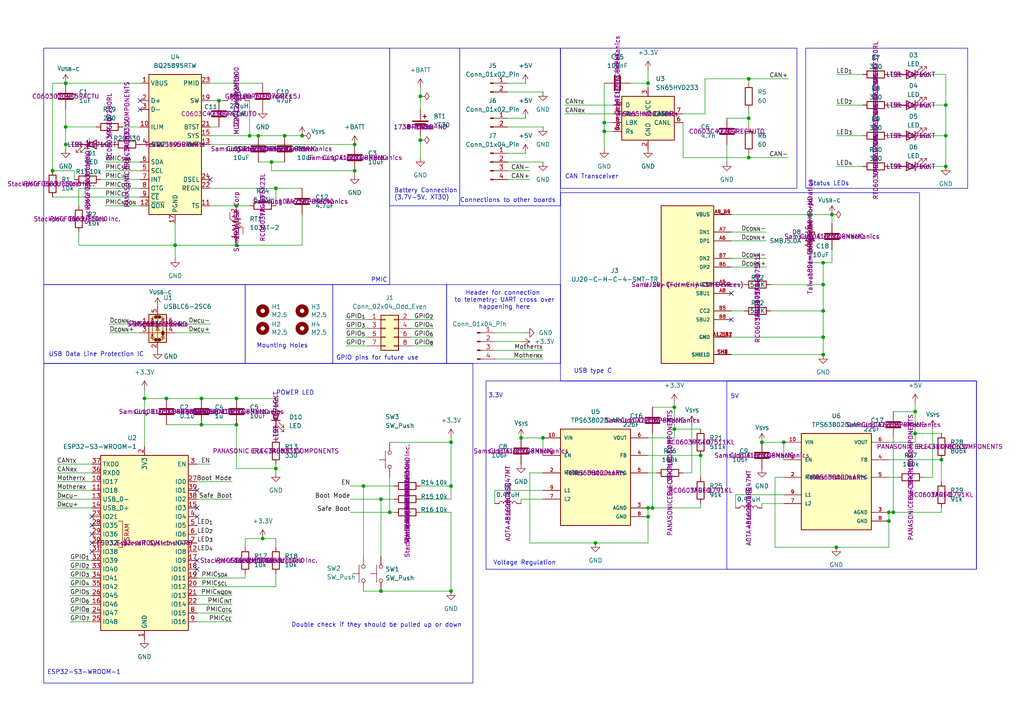
<source format=kicad_sch>
(kicad_sch (version 20250114) (generator "eeschema") (generator_version "9.0")
  (paper "A4")
  (rectangle (start 96.52 82.55) (end 129.54 105.41))
  (rectangle (start 12.7 105.41) (end 137.16 198.12))
  (rectangle (start 140.97 110.49) (end 283.21 165.1))
  (rectangle (start 233.68 13.97) (end 280.67 54.61))
  (rectangle (start 162.56 55.88) (end 266.7 110.49))
  (rectangle (start 71.12 82.55) (end 96.52 105.41))
  (rectangle (start 113.03 13.97) (end 133.35 59.69))
  (rectangle (start 12.7 13.97) (end 113.03 82.55))
  (rectangle (start 12.7 82.55) (end 71.12 105.41))
  (rectangle (start 210.82 110.49) (end 283.21 165.1))
  (rectangle (start 133.35 13.97) (end 162.56 59.69))
  (rectangle (start 162.56 13.97) (end 231.14 54.61))
  (rectangle (start 129.54 82.55) (end 162.56 105.41))
  (text "PMIC\n" (at 109.982 81.28 0) (effects (font (size 1.27 1.27))))
  (text "Status LEDs" (at 234.696 53.34 0) (effects (font (size 1.27 1.27)) (justify left)))
  (text "ESP32-S3-WROOM-1" (at 24.384 195.072 0) (effects (font (size 1.27 1.27))))
  (text "USB Data Line Protection IC\n" (at 27.94 102.87 0) (effects (font (size 1.27 1.27))))
  (text "CAN Transceiver" (at 163.83 51.308 0) (effects (font (size 1.27 1.27)) (justify left)))
  (text "Voltage Regulation\n" (at 152.146 163.322 0) (effects (font (size 1.27 1.27))))
  (text "3.3V\n" (at 143.764 114.808 0) (effects (font (size 1.27 1.27))))
  (text "5V" (at 213.106 115.062 0) (effects (font (size 1.27 1.27))))
  (text "Battery Connection\n(3.7V-5V, XT30)" (at 114.3 56.388 0) (effects (font (size 1.27 1.27)) (justify left)))
  (text "GPIO pins for future use\n" (at 109.474 103.886 0) (effects (font (size 1.27 1.27))))
  (text "Mounting Holes" (at 74.422 101.092 0) (effects (font (size 1.27 1.27)) (justify left bottom)))
  (text "Connections to other boards\n" (at 147.32 58.166 0) (effects (font (size 1.27 1.27))))
  (text "POWER LED" (at 85.598 114.046 0) (effects (font (size 1.27 1.27))))
  (text "Double check if they should be pulled up or down\n" (at 109.22 181.356 0) (effects (font (size 1.27 1.27))))
  (text "USB type C\n" (at 171.958 107.696 0) (effects (font (size 1.27 1.27))))
  (text "Header for connection \nto telemetry; UART cross over\nhappening here\n\n\n" (at 146.304 89.154 0) (effects (font (size 1.27 1.27))))
  (junction (at 76.2 156.21))
  (junction (at 80.01 54.61))
  (junction (at 68.58 71.12))
  (junction (at 274.32 39.37))
  (junction (at 113.03 148.59))
  (junction (at 238.76 76.2))
  (junction (at 87.63 39.37))
  (junction (at 110.49 144.78))
  (junction (at 50.8 71.12))
  (junction (at 217.17 45.72))
  (junction (at 257.81 151.13))
  (junction (at 175.26 35.56))
  (junction (at 273.05 133.35))
  (junction (at 121.92 40.64))
  (junction (at 68.58 115.57))
  (junction (at 48.26 115.57))
  (junction (at 19.05 24.13))
  (junction (at 58.42 115.57))
  (junction (at 105.41 140.97))
  (junction (at 121.92 27.94))
  (junction (at 242.57 158.75))
  (junction (at 19.05 36.83))
  (junction (at 195.58 118.11))
  (junction (at 195.58 124.46))
  (junction (at 63.5 29.21))
  (junction (at 227.33 128.27))
  (junction (at 157.48 127))
  (junction (at 72.39 39.37))
  (junction (at 130.81 171.45))
  (junction (at 102.87 49.53))
  (junction (at 220.98 128.27))
  (junction (at 187.96 147.32))
  (junction (at 175.26 38.1))
  (junction (at 265.43 125.73))
  (junction (at 110.49 171.45))
  (junction (at 238.76 97.79))
  (junction (at 151.13 127))
  (junction (at 41.91 115.57))
  (junction (at 68.58 123.19))
  (junction (at 78.74 46.99))
  (junction (at 68.58 59.69))
  (junction (at 82.55 39.37))
  (junction (at 102.87 41.91))
  (junction (at 274.32 48.26))
  (junction (at 217.17 22.86))
  (junction (at 187.96 24.13))
  (junction (at 130.81 140.97))
  (junction (at 58.42 123.19))
  (junction (at 130.81 128.27))
  (junction (at 172.72 157.48))
  (junction (at 80.01 135.89))
  (junction (at 189.23 147.32))
  (junction (at 74.93 39.37))
  (junction (at 238.76 102.87))
  (junction (at 238.76 82.55))
  (junction (at 274.32 30.48))
  (junction (at 217.17 34.29))
  (junction (at 187.96 149.86))
  (junction (at 15.24 49.53))
  (junction (at 234.95 62.23))
  (junction (at 259.08 148.59))
  (junction (at 19.05 41.91))
  (junction (at 238.76 90.17))
  (junction (at 241.3 62.23))
  (junction (at 265.43 119.38))
  (junction (at 257.81 148.59))
  (junction (at 203.2 132.08))
  (no_connect (at 212.09 92.71))
  (no_connect (at 57.15 142.24))
  (no_connect (at 57.15 147.32))
  (no_connect (at 57.15 149.86))
  (no_connect (at 57.15 165.1))
  (no_connect (at 26.67 152.4))
  (no_connect (at 26.67 157.48))
  (no_connect (at 40.64 31.75))
  (no_connect (at 40.64 29.21))
  (no_connect (at 60.96 52.07))
  (no_connect (at 212.09 85.09))
  (no_connect (at 26.67 154.94))
  (no_connect (at 26.67 160.02))
  (no_connect (at 57.15 162.56))
  (no_connect (at 26.67 149.86))
  (wire (pts (xy 78.74 46.99) (xy 82.55 46.99)))
  (wire (pts (xy 113.03 148.59) (xy 114.3 148.59)))
  (wire (pts (xy 203.2 146.05) (xy 203.2 147.32)))
  (wire (pts (xy 20.32 175.26) (xy 26.67 175.26)))
  (wire (pts (xy 273.05 147.32) (xy 273.05 148.59)))
  (wire (pts (xy 212.09 77.47) (xy 222.25 77.47)))
  (wire (pts (xy 265.43 125.73) (xy 273.05 125.73)))
  (wire (pts (xy 259.08 127) (xy 259.08 148.59)))
  (wire (pts (xy 130.81 128.27) (xy 130.81 140.97)))
  (wire (pts (xy 50.8 71.12) (xy 68.58 71.12)))
  (wire (pts (xy 20.32 170.18) (xy 26.67 170.18)))
  (wire (pts (xy 223.52 82.55) (xy 238.76 82.55)))
  (wire (pts (xy 259.08 119.38) (xy 265.43 119.38)))
  (wire (pts (xy 80.01 166.37) (xy 80.01 170.18)))
  (wire (pts (xy 210.82 46.99) (xy 210.82 41.91)))
  (wire (pts (xy 121.92 27.94) (xy 121.92 31.75)))
  (wire (pts (xy 270.51 138.43) (xy 270.51 124.46)))
  (wire (pts (xy 50.8 64.77) (xy 50.8 71.12)))
  (wire (pts (xy 238.76 97.79) (xy 238.76 102.87)))
  (wire (pts (xy 242.57 39.37) (xy 250.19 39.37)))
  (wire (pts (xy 212.09 74.93) (xy 222.25 74.93)))
  (wire (pts (xy 198.12 35.56) (xy 198.12 45.72)))
  (wire (pts (xy 172.72 157.48) (xy 187.96 157.48)))
  (wire (pts (xy 76.2 156.21) (xy 80.01 156.21)))
  (wire (pts (xy 187.96 20.32) (xy 187.96 24.13)))
  (wire (pts (xy 113.03 138.43) (xy 113.03 148.59)))
  (wire (pts (xy 57.15 175.26) (xy 67.31 175.26)))
  (wire (pts (xy 257.81 48.26) (xy 260.35 48.26)))
  (wire (pts (xy 16.51 144.78) (xy 26.67 144.78)))
  (wire (pts (xy 119.38 97.79) (xy 125.73 97.79)))
  (wire (pts (xy 143.51 101.6) (xy 157.48 101.6)))
  (wire (pts (xy 212.09 62.23) (xy 234.95 62.23)))
  (wire (pts (xy 22.86 54.61) (xy 22.86 59.69)))
  (wire (pts (xy 16.51 139.7) (xy 26.67 139.7)))
  (wire (pts (xy 68.58 69.85) (xy 68.58 71.12)))
  (wire (pts (xy 130.81 140.97) (xy 130.81 144.78)))
  (wire (pts (xy 175.26 35.56) (xy 175.26 38.1)))
  (wire (pts (xy 274.32 30.48) (xy 274.32 39.37)))
  (wire (pts (xy 31.75 93.98) (xy 40.64 93.98)))
  (wire (pts (xy 177.8 35.56) (xy 175.26 35.56)))
  (wire (pts (xy 35.56 36.83) (xy 40.64 36.83)))
  (wire (pts (xy 265.43 119.38) (xy 265.43 125.73)))
  (wire (pts (xy 274.32 21.59) (xy 274.32 30.48)))
  (wire (pts (xy 224.79 138.43) (xy 227.33 138.43)))
  (wire (pts (xy 210.82 34.29) (xy 217.17 34.29)))
  (wire (pts (xy 121.92 25.4) (xy 121.92 27.94)))
  (wire (pts (xy 16.51 134.62) (xy 26.67 134.62)))
  (wire (pts (xy 143.51 96.52) (xy 152.4 96.52)))
  (wire (pts (xy 274.32 39.37) (xy 274.32 48.26)))
  (wire (pts (xy 195.58 118.11) (xy 195.58 124.46)))
  (wire (pts (xy 72.39 39.37) (xy 74.93 39.37)))
  (wire (pts (xy 80.01 156.21) (xy 80.01 158.75)))
  (wire (pts (xy 147.32 46.99) (xy 157.48 46.99)))
  (wire (pts (xy 20.32 165.1) (xy 26.67 165.1)))
  (wire (pts (xy 48.26 115.57) (xy 58.42 115.57)))
  (wire (pts (xy 151.13 144.78) (xy 157.48 144.78)))
  (wire (pts (xy 147.32 49.53) (xy 153.67 49.53)))
  (wire (pts (xy 20.32 180.34) (xy 26.67 180.34)))
  (wire (pts (xy 48.26 123.19) (xy 58.42 123.19)))
  (wire (pts (xy 78.74 49.53) (xy 78.74 46.99)))
  (wire (pts (xy 41.91 113.03) (xy 41.91 115.57)))
  (wire (pts (xy 153.67 137.16) (xy 157.48 137.16)))
  (wire (pts (xy 60.96 41.91) (xy 102.87 41.91)))
  (wire (pts (xy 257.81 158.75) (xy 242.57 158.75)))
  (wire (pts (xy 204.47 33.02) (xy 198.12 33.02)))
  (wire (pts (xy 267.97 30.48) (xy 274.32 30.48)))
  (wire (pts (xy 213.36 143.51) (xy 227.33 143.51)))
  (wire (pts (xy 110.49 144.78) (xy 114.3 144.78)))
  (wire (pts (xy 212.09 97.79) (xy 238.76 97.79)))
  (wire (pts (xy 80.01 124.46) (xy 80.01 127)))
  (wire (pts (xy 100.33 100.33) (xy 106.68 100.33)))
  (wire (pts (xy 71.12 167.64) (xy 71.12 166.37)))
  (wire (pts (xy 200.66 137.16) (xy 200.66 123.19)))
  (wire (pts (xy 68.58 59.69) (xy 72.39 59.69)))
  (wire (pts (xy 102.87 50.8) (xy 102.87 49.53)))
  (wire (pts (xy 16.51 137.16) (xy 26.67 137.16)))
  (wire (pts (xy 152.4 24.13) (xy 147.32 24.13)))
  (wire (pts (xy 60.96 36.83) (xy 63.5 36.83)))
  (wire (pts (xy 257.81 30.48) (xy 260.35 30.48)))
  (wire (pts (xy 273.05 148.59) (xy 259.08 148.59)))
  (wire (pts (xy 15.24 57.15) (xy 40.64 57.15)))
  (wire (pts (xy 58.42 115.57) (xy 68.58 115.57)))
  (wire (pts (xy 143.51 99.06) (xy 151.13 99.06)))
  (wire (pts (xy 238.76 82.55) (xy 238.76 90.17)))
  (wire (pts (xy 143.51 104.14) (xy 157.48 104.14)))
  (wire (pts (xy 63.5 29.21) (xy 64.77 29.21)))
  (wire (pts (xy 265.43 128.27) (xy 257.81 128.27)))
  (wire (pts (xy 189.23 147.32) (xy 203.2 147.32)))
  (wire (pts (xy 30.48 59.69) (xy 40.64 59.69)))
  (wire (pts (xy 30.48 46.99) (xy 40.64 46.99)))
  (wire (pts (xy 274.32 39.37) (xy 267.97 39.37)))
  (wire (pts (xy 22.86 54.61) (xy 40.64 54.61)))
  (wire (pts (xy 238.76 76.2) (xy 238.76 82.55)))
  (wire (pts (xy 267.97 138.43) (xy 270.51 138.43)))
  (wire (pts (xy 68.58 123.19) (xy 68.58 135.89)))
  (wire (pts (xy 121.92 40.64) (xy 121.92 45.72)))
  (wire (pts (xy 113.03 128.27) (xy 130.81 128.27)))
  (wire (pts (xy 175.26 38.1) (xy 175.26 43.18)))
  (wire (pts (xy 101.6 144.78) (xy 110.49 144.78)))
  (wire (pts (xy 68.58 71.12) (xy 87.63 71.12)))
  (wire (pts (xy 220.98 147.32) (xy 220.98 146.05)))
  (wire (pts (xy 80.01 54.61) (xy 87.63 54.61)))
  (wire (pts (xy 147.32 36.83) (xy 157.48 36.83)))
  (wire (pts (xy 57.15 144.78) (xy 67.31 144.78)))
  (wire (pts (xy 22.86 71.12) (xy 50.8 71.12)))
  (wire (pts (xy 80.01 134.62) (xy 80.01 135.89)))
  (wire (pts (xy 60.96 29.21) (xy 63.5 29.21)))
  (wire (pts (xy 80.01 170.18) (xy 57.15 170.18)))
  (wire (pts (xy 224.79 158.75) (xy 224.79 138.43)))
  (wire (pts (xy 130.81 127) (xy 130.81 128.27)))
  (wire (pts (xy 101.6 140.97) (xy 105.41 140.97)))
  (wire (pts (xy 187.96 24.13) (xy 187.96 25.4)))
  (wire (pts (xy 187.96 147.32) (xy 187.96 149.86)))
  (wire (pts (xy 110.49 161.29) (xy 110.49 144.78)))
  (wire (pts (xy 110.49 171.45) (xy 130.81 171.45)))
  (wire (pts (xy 187.96 137.16) (xy 190.5 137.16)))
  (wire (pts (xy 30.48 41.91) (xy 33.02 41.91)))
  (wire (pts (xy 234.95 76.2) (xy 238.76 76.2)))
  (wire (pts (xy 60.96 39.37) (xy 72.39 39.37)))
  (wire (pts (xy 15.24 49.53) (xy 21.59 49.53)))
  (wire (pts (xy 203.2 132.08) (xy 203.2 138.43)))
  (wire (pts (xy 19.05 41.91) (xy 22.86 41.91)))
  (wire (pts (xy 143.51 142.24) (xy 157.48 142.24)))
  (wire (pts (xy 121.92 140.97) (xy 130.81 140.97)))
  (wire (pts (xy 41.91 115.57) (xy 48.26 115.57)))
  (wire (pts (xy 189.23 118.11) (xy 195.58 118.11)))
  (wire (pts (xy 20.32 162.56) (xy 26.67 162.56)))
  (wire (pts (xy 105.41 140.97) (xy 114.3 140.97)))
  (wire (pts (xy 204.47 22.86) (xy 217.17 22.86)))
  (wire (pts (xy 147.32 26.67) (xy 157.48 26.67)))
  (wire (pts (xy 80.01 135.89) (xy 80.01 137.16)))
  (wire (pts (xy 57.15 167.64) (xy 71.12 167.64)))
  (wire (pts (xy 80.01 115.57) (xy 80.01 116.84)))
  (wire (pts (xy 41.91 115.57) (xy 41.91 129.54)))
  (wire (pts (xy 60.96 24.13) (xy 76.2 24.13)))
  (wire (pts (xy 223.52 90.17) (xy 238.76 90.17)))
  (wire (pts (xy 16.51 142.24) (xy 26.67 142.24)))
  (wire (pts (xy 213.36 143.51) (xy 213.36 147.32)))
  (wire (pts (xy 100.33 92.71) (xy 106.68 92.71)))
  (wire (pts (xy 257.81 133.35) (xy 273.05 133.35)))
  (wire (pts (xy 242.57 30.48) (xy 250.19 30.48)))
  (wire (pts (xy 57.15 134.62) (xy 60.96 134.62)))
  (wire (pts (xy 68.58 115.57) (xy 80.01 115.57)))
  (wire (pts (xy 130.81 148.59) (xy 130.81 171.45)))
  (wire (pts (xy 187.96 147.32) (xy 189.23 147.32)))
  (wire (pts (xy 119.38 92.71) (xy 125.73 92.71)))
  (wire (pts (xy 15.24 24.13) (xy 19.05 24.13)))
  (wire (pts (xy 151.13 127) (xy 157.48 127)))
  (wire (pts (xy 198.12 45.72) (xy 217.17 45.72)))
  (wire (pts (xy 57.15 172.72) (xy 67.31 172.72)))
  (wire (pts (xy 195.58 127) (xy 187.96 127)))
  (wire (pts (xy 80.01 54.61) (xy 80.01 59.69)))
  (wire (pts (xy 87.63 62.23) (xy 87.63 71.12)))
  (wire (pts (xy 217.17 34.29) (xy 217.17 31.75)))
  (wire (pts (xy 189.23 125.73) (xy 189.23 147.32)))
  (wire (pts (xy 119.38 100.33) (xy 125.73 100.33)))
  (wire (pts (xy 152.4 44.45) (xy 147.32 44.45)))
  (wire (pts (xy 224.79 158.75) (xy 242.57 158.75)))
  (wire (pts (xy 60.96 54.61) (xy 80.01 54.61)))
  (wire (pts (xy 238.76 76.2) (xy 241.3 76.2)))
  (wire (pts (xy 187.96 132.08) (xy 203.2 132.08)))
  (wire (pts (xy 241.3 62.23) (xy 234.95 62.23)))
  (wire (pts (xy 31.75 96.52) (xy 40.64 96.52)))
  (wire (pts (xy 195.58 116.84) (xy 195.58 118.11)))
  (wire (pts (xy 151.13 146.05) (xy 151.13 144.78)))
  (wire (pts (xy 259.08 148.59) (xy 257.81 148.59)))
  (wire (pts (xy 60.96 96.52) (xy 50.8 96.52)))
  (wire (pts (xy 234.95 73.66) (xy 234.95 76.2)))
  (wire (pts (xy 60.96 59.69) (xy 68.58 59.69)))
  (wire (pts (xy 241.3 62.23) (xy 241.3 64.77)))
  (wire (pts (xy 257.81 39.37) (xy 260.35 39.37)))
  (wire (pts (xy 121.92 39.37) (xy 121.92 40.64)))
  (wire (pts (xy 198.12 137.16) (xy 200.66 137.16)))
  (wire (pts (xy 257.81 148.59) (xy 257.81 151.13)))
  (wire (pts (xy 212.09 82.55) (xy 215.9 82.55)))
  (wire (pts (xy 267.97 21.59) (xy 274.32 21.59)))
  (wire (pts (xy 100.33 97.79) (xy 106.68 97.79)))
  (wire (pts (xy 19.05 24.13) (xy 40.64 24.13)))
  (wire (pts (xy 22.86 67.31) (xy 22.86 71.12)))
  (wire (pts (xy 20.32 177.8) (xy 26.67 177.8)))
  (wire (pts (xy 143.51 146.05) (xy 143.51 142.24)))
  (wire (pts (xy 187.96 149.86) (xy 187.96 157.48)))
  (wire (pts (xy 163.83 30.48) (xy 177.8 30.48)))
  (wire (pts (xy 217.17 34.29) (xy 217.17 36.83)))
  (wire (pts (xy 71.12 158.75) (xy 71.12 156.21)))
  (wire (pts (xy 153.67 157.48) (xy 172.72 157.48)))
  (wire (pts (xy 204.47 22.86) (xy 204.47 33.02)))
  (wire (pts (xy 257.81 138.43) (xy 260.35 138.43)))
  (wire (pts (xy 157.48 127) (xy 157.48 132.08)))
  (wire (pts (xy 241.3 72.39) (xy 241.3 76.2)))
  (wire (pts (xy 265.43 116.84) (xy 265.43 119.38)))
  (wire (pts (xy 19.05 36.83) (xy 27.94 36.83)))
  (wire (pts (xy 227.33 128.27) (xy 227.33 133.35)))
  (wire (pts (xy 212.09 90.17) (xy 215.9 90.17)))
  (wire (pts (xy 57.15 139.7) (xy 67.31 139.7)))
  (wire (pts (xy 57.15 180.34) (xy 67.31 180.34)))
  (wire (pts (xy 121.92 144.78) (xy 130.81 144.78)))
  (wire (pts (xy 82.55 39.37) (xy 87.63 39.37)))
  (wire (pts (xy 147.32 52.07) (xy 153.67 52.07)))
  (wire (pts (xy 217.17 44.45) (xy 217.17 45.72)))
  (wire (pts (xy 220.98 128.27) (xy 227.33 128.27)))
  (wire (pts (xy 57.15 177.8) (xy 67.31 177.8)))
  (wire (pts (xy 20.32 172.72) (xy 26.67 172.72)))
  (wire (pts (xy 71.12 156.21) (xy 76.2 156.21)))
  (wire (pts (xy 234.95 62.23) (xy 234.95 63.5)))
  (wire (pts (xy 21.59 52.07) (xy 21.59 49.53)))
  (wire (pts (xy 217.17 22.86) (xy 228.6 22.86)))
  (wire (pts (xy 257.81 151.13) (xy 257.81 158.75)))
  (wire (pts (xy 238.76 90.17) (xy 238.76 97.79)))
  (wire (pts (xy 19.05 43.18) (xy 19.05 41.91)))
  (wire (pts (xy 267.97 48.26) (xy 274.32 48.26)))
  (wire (pts (xy 72.39 29.21) (xy 72.39 39.37)))
  (wire (pts (xy 217.17 22.86) (xy 217.17 24.13)))
  (wire (pts (xy 19.05 36.83) (xy 19.05 31.75)))
  (wire (pts (xy 119.38 95.25) (xy 125.73 95.25)))
  (wire (pts (xy 217.17 45.72) (xy 228.6 45.72)))
  (wire (pts (xy 257.81 21.59) (xy 260.35 21.59)))
  (wire (pts (xy 74.93 39.37) (xy 82.55 39.37)))
  (wire (pts (xy 105.41 171.45) (xy 110.49 171.45)))
  (wire (pts (xy 29.21 52.07) (xy 40.64 52.07)))
  (wire (pts (xy 101.6 148.59) (xy 113.03 148.59)))
  (wire (pts (xy 15.24 49.53) (xy 15.24 24.13)))
  (wire (pts (xy 212.09 67.31) (xy 222.25 67.31)))
  (wire (pts (xy 265.43 125.73) (xy 265.43 128.27)))
  (wire (pts (xy 220.98 146.05) (xy 227.33 146.05)))
  (wire (pts (xy 105.41 140.97) (xy 105.41 161.29)))
  (wire (pts (xy 60.96 93.98) (xy 50.8 93.98)))
  (wire (pts (xy 212.09 69.85) (xy 222.25 69.85)))
  (wire (pts (xy 175.26 38.1) (xy 177.8 38.1)))
  (wire (pts (xy 50.8 71.12) (xy 50.8 74.93)))
  (wire (pts (xy 212.09 102.87) (xy 238.76 102.87)))
  (wire (pts (xy 102.87 49.53) (xy 78.74 49.53)))
  (wire (pts (xy 182.88 24.13) (xy 187.96 24.13)))
  (wire (pts (xy 242.57 21.59) (xy 250.19 21.59)))
  (wire (pts (xy 16.51 147.32) (xy 26.67 147.32)))
  (wire (pts (xy 19.05 41.91) (xy 19.05 36.83)))
  (wire (pts (xy 121.92 148.59) (xy 130.81 148.59)))
  (wire (pts (xy 100.33 95.25) (xy 106.68 95.25)))
  (wire (pts (xy 152.4 34.29) (xy 147.32 34.29)))
  (wire (pts (xy 273.05 133.35) (xy 273.05 139.7)))
  (wire (pts (xy 195.58 124.46) (xy 203.2 124.46)))
  (wire (pts (xy 153.67 157.48) (xy 153.67 137.16)))
  (wire (pts (xy 163.83 33.02) (xy 177.8 33.02)))
  (wire (pts (xy 30.48 49.53) (xy 40.64 49.53)))
  (wire (pts (xy 242.57 48.26) (xy 250.19 48.26)))
  (wire (pts (xy 68.58 135.89) (xy 80.01 135.89)))
  (wire (pts (xy 58.42 123.19) (xy 68.58 123.19)))
  (wire (pts (xy 195.58 124.46) (xy 195.58 127)))
  (wire (pts (xy 20.32 167.64) (xy 26.67 167.64)))
  (wire (pts (xy 74.93 46.99) (xy 78.74 46.99)))
  (wire (pts (xy 175.26 24.13) (xy 175.26 35.56)))
  (label "CAN_{RX}" (at 16.51 137.16 0))
  (label "LED_{4}" (at 242.57 48.26 0))
  (label "LED_{3}" (at 242.57 39.37 0))
  (label "PMIC_{INT}" (at 67.31 175.26 180))
  (label "GPIO_{3}" (at 100.33 95.25 0))
  (label "Safe Boot" (at 67.31 144.78 180))
  (label "GPIO_{5}" (at 100.33 97.79 0))
  (label "D_{MCU}-" (at 60.96 93.98 180))
  (label "LED_{3}" (at 57.15 157.48 0))
  (label "Mother_{RX}" (at 16.51 142.24 0))
  (label "GPIO_{7}" (at 20.32 180.34 0))
  (label "CAN-" (at 228.6 45.72 180))
  (label "Mother_{TX}" (at 157.48 101.6 180))
  (label "GPIO_{8}" (at 20.32 177.8 0))
  (label "D_{MCU}+" (at 60.96 96.52 180))
  (label "GPIO_{1}" (at 100.33 92.71 0))
  (label "GPIO_{6}" (at 125.73 97.79 180))
  (label "D_{MCU}-" (at 16.51 144.78 0))
  (label "LED_{2}" (at 57.15 154.94 0))
  (label "GPIO_{5}" (at 20.32 172.72 0))
  (label "GPIO_{7}" (at 100.33 100.33 0))
  (label "LED_{4}" (at 57.15 160.02 0))
  (label "PMIC_{SCL}" (at 30.48 49.53 0))
  (label "Boot Mode" (at 67.31 139.7 180))
  (label "PMIC_{NQON}" (at 67.31 172.72 180))
  (label "Mother_{TX}" (at 16.51 139.7 0))
  (label "CAN-" (at 153.67 49.53 180))
  (label "D_{CONN}-" (at 222.25 67.31 180))
  (label "D_{CONN}+" (at 222.25 77.47 180))
  (label "PMIC_{SDA}" (at 30.48 46.99 0))
  (label "PMIC_{SDA}" (at 66.04 167.64 180))
  (label "GPIO_{4}" (at 125.73 95.25 180))
  (label "PMIC_{CE}" (at 30.48 57.15 0))
  (label "CAN_{RX}" (at 163.83 33.02 0))
  (label "PMIC_{OTG}" (at 30.48 54.61 0))
  (label "PMIC_{INT}" (at 30.48 52.07 0))
  (label "PMIC_{SCL}" (at 66.04 170.18 180))
  (label "GPIO_{4}" (at 20.32 170.18 0))
  (label "D_{CONN}+" (at 31.75 96.52 0))
  (label "GPIO_{2}" (at 125.73 92.71 180))
  (label "GPIO_{6}" (at 20.32 175.26 0))
  (label "GPIO_{8}" (at 125.73 100.33 180))
  (label "Boot Mode" (at 101.6 144.78 180))
  (label "Safe Boot" (at 101.6 148.59 180))
  (label "LED_{1}" (at 242.57 21.59 0))
  (label "CAN_{TX}" (at 16.51 134.62 0))
  (label "D_{CONN}+" (at 222.25 69.85 180))
  (label "D_{CONN}-" (at 222.25 74.93 180))
  (label "PMIC_{NQON}" (at 30.48 59.69 0))
  (label "GPIO_{1}" (at 20.32 162.56 0))
  (label "Mother_{RX}" (at 157.48 104.14 180))
  (label "LED_{2}" (at 242.57 30.48 0))
  (label "LED_{1}" (at 57.15 152.4 0))
  (label "EN" (at 101.6 140.97 180))
  (label "PMIC_{CE}" (at 67.31 180.34 180))
  (label "GPIO_{2}" (at 20.32 165.1 0))
  (label "D_{CONN}-" (at 31.75 93.98 0))
  (label "GPIO_{3}" (at 20.32 167.64 0))
  (label "EN" (at 60.96 134.62 180))
  (label "CAN+" (at 228.6 22.86 180))
  (label "CAN+" (at 153.67 52.07 180))
  (label "D_{MCU}+" (at 16.51 147.32 0))
  (label "CAN_{TX}" (at 163.83 30.48 0))
  (label "PMIC_{OTG}" (at 67.31 177.8 180))
  (symbol (lib_id "Switch:SW_Push") (at 105.41 166.37 90) (unit 1)
    (property "Reference" "SW2" (at 94.742 164.846 90) (effects (justify right)))
    (property "Value" "SW_Push" (at 94.742 167.386 90) (effects (justify right)))
    (property "Footprint" "Connector_PinHeader_2.54mm:PinHeader_1x02_P2.54mm_Vertical" (effects (hide yes)))
    (property "Description" "Push button switch, generic, two pins" (effects (hide yes)))
  )
  (symbol (lib_id "Device:LED") (at 264.16 39.37 180) (unit 1)
    (property "Reference" "D5" (at 264.922 33.782 0))
    (property "Value" "LED" (at 264.922 36.322 0))
    (property "Footprint" "LED_SMD:LED_0805_2012Metric" (effects (hide yes)))
    (property "Description" "Light emitting diode" (effects (hide yes)))
    (property "Sim.Pins" "1=K 2=A" (effects (hide yes)))
    (property "Manufacturer" "Lite-On Inc." (at 264.16 39.37 0))
    (property "Manufacturer Part Number" "LTST-C171GKT" (at 264.16 39.37 0))
  )
  (symbol (lib_id "Power_Protection:USBLC6-2SC6") (at 45.72 93.98 0) (unit 1)
    (property "Reference" "U1" (at 47.3711 86.36 0) (effects (justify left)))
    (property "Value" "USBLC6-2SC6" (at 47.3711 88.9 0) (effects (justify left)))
    (property "Footprint" "Package_TO_SOT_SMD:SOT-23-6" (effects (hide yes)))
    (property "Datasheet" "https://www.st.com/resource/en/datasheet/usblc6-2.pdf" (effects (hide yes)))
    (property "Description" "Very low capacitance ESD protection diode, 2 data-line, SOT-23-6" (effects (hide yes)))
    (property "Digikey Part Number" "497-5235-1-ND" (at 45.72 93.98 0))
    (property "Manufacturer" "STMicroelectronics" (at 45.72 93.98 0))
    (property "Manufacturer Part Number" " USBLC6-2SC6 " (at 45.72 93.98 0))
  )
  (symbol (lib_id "Device:R") (at 36.83 41.91 90) (unit 1)
    (property "Reference" "R20" (at 34.798 40.132 90))
    (property "Value" "330" (at 38.862 40.132 90))
    (property "Footprint" "Resistor_SMD:R_0603_1608Metric" (effects (hide yes)))
    (property "Description" "Resistor" (effects (hide yes)))
    (property "Manufacturer" "PANASONIC ELECTRONIC COMPONENTS" (at 36.83 41.91 0))
    (property "Manufacturer Part Number" "ERA-3AEB331V" (at 36.83 41.91 0))
  )
  (symbol (lib_id "power:PWR_FLAG") (at 121.92 27.94 270) (unit 1)
    (property "Reference" "#FLG03" (effects (hide yes)))
    (property "Value" "PWR_FLAG" (effects (hide yes)))
    (property "Description" "Special symbol for telling ERC where power comes from" (effects (hide yes)))
  )
  (symbol (lib_id "Device:L") (at 217.17 147.32 90) (unit 1)
    (property "Reference" "L3" (at 217.17 142.24 90))
    (property "Value" "0.47uH" (at 217.17 144.78 90))
    (property "Footprint" "Inductor_SMD:L_0603_1608Metric" (effects (hide yes)))
    (property "Description" "Inductor" (effects (hide yes)))
    (property "Manufacturer" "Abracon LLC" (at 217.17 147.32 0))
    (property "Manufacturer Part Number" "AOTA-B160808SR47MT" (at 217.17 147.32 0))
  )
  (symbol (lib_id "Interface_CAN_LIN:SN65HVD233") (at 187.96 33.02 0) (unit 1)
    (property "Reference" "U3" (at 190.1541 22.86 0) (effects (justify left)))
    (property "Value" "SN65HVD233" (at 190.1541 25.4 0) (effects (justify left)))
    (property "Footprint" "Package_SO:SOIC-8_3.9x4.9mm_P1.27mm" (effects (hide yes)))
    (property "Datasheet" "http://www.ti.com/lit/ds/symlink/sn65hvd234.pdf" (effects (hide yes)))
    (property "Description" "CAN Bus Transceiver, 3.3V, 1Mbps, Loopback feature, SOIC-8" (effects (hide yes)))
    (property "Manufacturer" "Texas Instruments" (at 187.96 33.02 0))
    (property "Manufacturer Part Number" "SN65HVD233DR" (at 187.96 33.02 0))
  )
  (symbol (lib_id "Device:R") (at 31.75 36.83 90) (unit 1)
    (property "Reference" "R19" (at 31.75 31.75 90))
    (property "Value" "280" (at 31.75 34.29 90))
    (property "Footprint" "Resistor_SMD:R_0603_1608Metric" (effects (hide yes)))
    (property "Description" "Resistor" (effects (hide yes)))
    (property "Manufacturer" "YAGEO" (at 31.75 36.83 0))
    (property "Manufacturer Part Number" " RC0603FR-07280RL " (at 31.75 36.83 0))
  )
  (symbol (lib_id "TPS63802DLAR:TPS63802DLAR") (at 242.57 138.43 0) (unit 1)
    (property "Reference" "U6" (at 242.57 120.65 0))
    (property "Value" "TPS63802DLAR" (at 242.57 123.19 0))
    (property "Footprint" "TPS63802DLAR (1):VREG_TPS63802DLAR" (effects (hide yes)))
    (property "MF" "Texas Instruments" (effects (hide yes)))
    (property "MAXIMUM_PACKAGE_HEIGHT" "1.0 mm" (effects (hide yes)))
    (property "Package" "VSON-HR-10 Texas Instruments" (effects (hide yes)))
    (property "Price" "None" (effects (hide yes)))
    (property "Check_prices" "https://www.snapeda.com/parts/TPS63802DLAR/Texas+Instruments/view-part/?ref=eda" (effects (hide yes)))
    (property "STANDARD" "Manufacturer Recommendations" (effects (hide yes)))
    (property "PARTREV" "B" (effects (hide yes)))
    (property "SnapEDA_Link" "https://www.snapeda.com/parts/TPS63802DLAR/Texas+Instruments/view-part/?ref=snap" (effects (hide yes)))
    (property "MP" "TPS63802DLAR" (effects (hide yes)))
    (property "Description_1" "2-A, high-efficient, 11-µA quiescent current buck-boost converter in QFN/DFN package" (effects (hide yes)))
    (property "Availability" "In Stock" (effects (hide yes)))
    (property "MANUFACTURER" "Texas Instruments" (effects (hide yes)))
    (property "DigiKey_Part_Number" "296-TPS63802DLARTR-ND" (effects (hide yes)))
    (property "Manufacturer" "Texas Instruments" (at 242.57 138.43 0))
    (property "Manufacturer Part Number" "TPS63802DLAR" (at 242.57 138.43 0))
  )
  (symbol (lib_id "Device:R") (at 118.11 140.97 90) (unit 1)
    (property "Reference" "R14" (at 123.952 139.954 90))
    (property "Value" "10k" (at 128.016 139.954 90))
    (property "Footprint" "Resistor_SMD:R_0603_1608Metric" (effects (hide yes)))
    (property "Description" "Resistor" (effects (hide yes)))
    (property "Manufacturer" "Stackpole Electronics Inc. " (at 118.11 140.97 0))
    (property "Manufacturer Part Number" "RMCF0603JT10K0" (at 118.11 140.97 0))
  )
  (symbol (lib_id "Device:C") (at 63.5 33.02 0) (unit 1)
    (property "Reference" "C11" (at 59.182 30.988 0) (effects (justify left)))
    (property "Value" "47nF" (at 66.802 33.02 0) (effects (justify left)))
    (property "Footprint" "Capacitor_SMD:C_0603_1608Metric" (effects (hide yes)))
    (property "Description" "Unpolarized capacitor" (effects (hide yes)))
    (property "Manufacturer" "KEMET" (at 63.5 33.02 0))
    (property "Manufacturer Part Number" "C0603C473K4RECAUTO" (at 63.5 33.02 0))
  )
  (symbol (lib_id "Device:C") (at 241.3 68.58 0) (mirror y) (unit 1)
    (property "Reference" "C18" (at 240.538 71.374 0) (effects (justify left)))
    (property "Value" "10uF" (at 240.538 73.914 0) (effects (justify left)))
    (property "Footprint" "Capacitor_SMD:C_0603_1608Metric" (effects (hide yes)))
    (property "Description" "Unpolarized capacitor" (effects (hide yes)))
    (property "Manufacturer" "Samsung Electro-Mechanics" (at 241.3 68.58 0))
    (property "Manufacturer Part Number" "CL10A106KQ8NNNC" (at 241.3 68.58 0))
  )
  (symbol (lib_id "power:GND") (at 242.57 158.75 0) (unit 1)
    (property "Reference" "#PWR033" (effects (hide yes)))
    (property "Value" "GND" (at 242.57 163.83 0))
    (property "Description" "Power symbol creates a global label with name \"GND\" , ground" (effects (hide yes)))
  )
  (symbol (lib_id "power:PWR_FLAG") (at 241.3 62.23 270) (mirror x) (unit 1)
    (property "Reference" "#FLG07" (effects (hide yes)))
    (property "Value" "PWR_FLAG" (effects (hide yes)))
    (property "Description" "Special symbol for telling ERC where power comes from" (effects (hide yes)))
  )
  (symbol (lib_id "power:GND") (at 50.8 74.93 0) (unit 1)
    (property "Reference" "#PWR026" (effects (hide yes)))
    (property "Value" "GND" (at 50.8 80.01 0))
    (property "Description" "Power symbol creates a global label with name \"GND\" , ground" (effects (hide yes)))
  )
  (symbol (lib_id "Device:R") (at 264.16 138.43 90) (unit 1)
    (property "Reference" "R27" (at 264.16 132.08 90))
    (property "Value" "100k" (at 264.16 134.62 90))
    (property "Footprint" "Resistor_SMD:R_0603_1608Metric" (effects (hide yes)))
    (property "Description" "Resistor" (effects (hide yes)))
    (property "Manufacturer" "PANASONIC ELECTRONIC COMPONENTS" (at 264.16 138.43 0))
    (property "Manufacturer Part Number" " ERJ-3EKF1003V " (at 264.16 138.43 0))
  )
  (symbol (lib_id "Device:C") (at 58.42 119.38 0) (unit 1)
    (property "Reference" "C4" (at 62.23 118.1099 0) (effects (justify left)))
    (property "Value" "1u" (at 62.23 120.6499 0) (effects (justify left)))
    (property "Footprint" "Capacitor_SMD:C_0603_1608Metric" (effects (hide yes)))
    (property "Description" "Unpolarized capacitor" (effects (hide yes)))
    (property "Manufacturer" "KEMET" (at 58.42 119.38 0))
    (property "Manufacturer Part Number" "C0603C104K5RACTU" (at 58.42 119.38 0))
  )
  (symbol (lib_id "power:PWR_FLAG") (at 87.63 39.37 270) (unit 1)
    (property "Reference" "#FLG06" (effects (hide yes)))
    (property "Value" "PWR_FLAG" (effects (hide yes)))
    (property "Description" "Special symbol for telling ERC where power comes from" (effects (hide yes)))
  )
  (symbol (lib_id "Device:R") (at 254 21.59 90) (unit 1)
    (property "Reference" "R7" (at 254 16.764 90))
    (property "Value" "320" (at 254 19.304 90))
    (property "Footprint" "Resistor_SMD:R_0603_1608Metric" (effects (hide yes)))
    (property "Description" "Resistor" (effects (hide yes)))
    (property "Manufacturer" " YAGEO " (at 254 21.59 0))
    (property "Manufacturer Part Number" "RT0603DRE07320RL" (at 254 21.59 0))
  )
  (symbol (lib_id "power:+BATT") (at 121.92 25.4 0) (unit 1)
    (property "Reference" "#PWR023" (effects (hide yes)))
    (property "Value" "+BATT" (at 121.92 20.32 0))
    (property "Description" "Power symbol creates a global label with name \"+BATT\"" (effects (hide yes)))
  )
  (symbol (lib_id "Connector_Generic:Conn_02x04_Odd_Even") (at 111.76 95.25 0) (unit 1)
    (property "Reference" "J1" (at 113.03 86.36 0))
    (property "Value" "Conn_02x04_Odd_Even" (at 113.03 88.9 0))
    (property "Footprint" "Connector_PinSocket_2.54mm:PinSocket_2x04_P2.54mm_Vertical" (effects (hide yes)))
    (property "Description" "Generic connector, double row, 02x04, odd/even pin numbering scheme (row 1 odd numbers, row 2 even numbers), script generated (kicad-library-utils/schlib/autogen/connector/)" (effects (hide yes)))
  )
  (symbol (lib_id "power:+3.3V") (at 130.81 127 0) (unit 1)
    (property "Reference" "#PWR07" (effects (hide yes)))
    (property "Value" "+3.3V" (at 130.81 121.92 0))
    (property "Description" "Power symbol creates a global label with name \"+3.3V\"" (effects (hide yes)))
  )
  (symbol (lib_id "Device:C") (at 102.87 45.72 0) (unit 1)
    (property "Reference" "C3" (at 106.68 44.4499 0) (effects (justify left)))
    (property "Value" "10uF" (at 106.68 46.9899 0) (effects (justify left)))
    (property "Footprint" "Capacitor_SMD:C_0603_1608Metric" (effects (hide yes)))
    (property "Description" "Unpolarized capacitor" (effects (hide yes)))
    (property "Manufacturer" "Samsung Electro-Mechanics" (at 102.87 45.72 0))
    (property "Manufacturer Part Number" "CL10A106KQ8NNNC" (at 102.87 45.72 0))
  )
  (symbol (lib_id "Device:LED") (at 264.16 21.59 180) (unit 1)
    (property "Reference" "D3" (at 264.922 16.002 0))
    (property "Value" "LED" (at 264.922 18.542 0))
    (property "Footprint" "LED_SMD:LED_0805_2012Metric" (effects (hide yes)))
    (property "Description" "Light emitting diode" (effects (hide yes)))
    (property "Sim.Pins" "1=K 2=A" (effects (hide yes)))
    (property "Manufacturer" "Lite-On Inc." (at 264.16 21.59 0))
    (property "Manufacturer Part Number" "LTST-C171GKT" (at 264.16 21.59 0))
  )
  (symbol (lib_id "power:GND") (at 130.81 171.45 0) (unit 1)
    (property "Reference" "#PWR010" (effects (hide yes)))
    (property "Value" "GND" (at 130.81 176.53 0))
    (property "Description" "Power symbol creates a global label with name \"GND\" , ground" (effects (hide yes)))
  )
  (symbol (lib_id "power:GND") (at 152.4 96.52 90) (unit 1)
    (property "Reference" "#PWR021" (effects (hide yes)))
    (property "Value" "GND" (at 156.21 96.5199 90) (effects (justify right)))
    (property "Description" "Power symbol creates a global label with name \"GND\" , ground" (effects (hide yes)))
  )
  (symbol (lib_id "Device:R") (at 273.05 129.54 0) (unit 1)
    (property "Reference" "R28" (at 275.59 128.2699 0) (effects (justify left)))
    (property "Value" "806k" (at 275.59 130.8099 0) (effects (justify left)))
    (property "Footprint" "Resistor_SMD:R_0603_1608Metric" (effects (hide yes)))
    (property "Description" "Resistor" (effects (hide yes)))
    (property "Manufacturer" "PANASONIC ELECTRONIC COMPONENTS " (at 273.05 129.54 0))
    (property "Manufacturer Part Number" " ERJ-3EKF8063V " (at 273.05 129.54 0))
  )
  (symbol (lib_id "power:GND") (at 76.2 31.75 0) (unit 1)
    (property "Reference" "#PWR025" (effects (hide yes)))
    (property "Value" "GND" (at 76.2 36.83 0))
    (property "Description" "Power symbol creates a global label with name \"GND\" , ground" (effects (hide yes)))
  )
  (symbol (lib_id "Device:R") (at 194.31 137.16 90) (unit 1)
    (property "Reference" "R26" (at 194.31 130.81 90))
    (property "Value" "100k" (at 194.31 133.35 90))
    (property "Footprint" "Resistor_SMD:R_0603_1608Metric" (effects (hide yes)))
    (property "Description" "Resistor" (effects (hide yes)))
    (property "Manufacturer" "PANASONIC ELECTRONIC COMPONENTS" (at 194.31 137.16 0))
    (property "Manufacturer Part Number" " ERJ-3EKF1003V " (at 194.31 137.16 0))
  )
  (symbol (lib_id "Device:C") (at 189.23 121.92 0) (unit 1)
    (property "Reference" "C16" (at 182.626 120.65 0) (effects (justify left)))
    (property "Value" "22uF" (at 180.594 123.19 0) (effects (justify left)))
    (property "Footprint" "Capacitor_SMD:C_0603_1608Metric" (effects (hide yes)))
    (property "Description" "Unpolarized capacitor" (effects (hide yes)))
    (property "Manufacturer" "Samsung Electro-Mechanics" (at 189.23 121.92 0))
    (property "Manufacturer Part Number" "CL10A226MP8NUNE" (at 189.23 121.92 0))
  )
  (symbol (lib_id "Device:R") (at 254 39.37 90) (unit 1)
    (property "Reference" "R9" (at 254 34.544 90))
    (property "Value" "320" (at 254 37.084 90))
    (property "Footprint" "Resistor_SMD:R_0603_1608Metric" (effects (hide yes)))
    (property "Description" "Resistor" (effects (hide yes)))
    (property "Manufacturer" " YAGEO " (at 254 39.37 0))
    (property "Manufacturer Part Number" "RT0603DRE07320RL" (at 254 39.37 0))
  )
  (symbol (lib_id "power:GND") (at 157.48 46.99 0) (unit 1)
    (property "Reference" "#PWR044" (effects (hide yes)))
    (property "Value" "GND" (at 157.48 52.07 0))
    (property "Description" "Power symbol creates a global label with name \"GND\" , ground" (effects (hide yes)))
  )
  (symbol (lib_id "103AT-2:103AT-2") (at 68.58 64.77 90) (unit 1)
    (property "Reference" "RT1" (at 72.39 63.4999 90) (effects (justify right)))
    (property "Value" "103AT-2" (at 72.39 66.0399 90) (effects (justify right)))
    (property "Footprint" "103AT-2:103AT-2" (effects (hide yes)))
    (property "MF" "Semitec" (effects (hide yes)))
    (property "Description_1" "Thermistor NTC 10KOhm 1% 2-Pin" (effects (hide yes)))
    (property "Package" "None" (effects (hide yes)))
    (property "Price" "None" (effects (hide yes)))
    (property "SnapEDA_Link" "https://www.snapeda.com/parts/103AT-2/Semitec/view-part/?ref=snap" (effects (hide yes)))
    (property "MP" "103AT-2" (effects (hide yes)))
    (property "Availability" "In Stock" (effects (hide yes)))
    (property "Check_prices" "https://www.snapeda.com/parts/103AT-2/Semitec/view-part/?ref=eda" (effects (hide yes)))
    (property "Manufacturer" " Semitec USA Corp" (at 68.58 64.77 0))
    (property "Manufacturer Part Number" "103AT-2 " (at 68.58 64.77 0))
  )
  (symbol (lib_id "Mechanical:MountingHole") (at 76.2 90.17 0) (unit 1)
    (property "Reference" "H1" (at 78.74 89.0016 0) (effects (justify left)))
    (property "Value" "M2.5" (at 78.74 91.313 0) (effects (justify left)))
    (property "Footprint" "MountingHole:MountingHole_2.7mm_M2.5" (effects (hide yes)))
    (property "Description" "Mounting Hole without connection" (effects (hide yes)))
  )
  (symbol (lib_id "Device:C") (at 48.26 119.38 0) (unit 1)
    (property "Reference" "C2" (at 52.07 118.1099 0) (effects (justify left)))
    (property "Value" "0.1u" (at 52.07 120.6499 0) (effects (justify left)))
    (property "Footprint" "Capacitor_SMD:C_0603_1608Metric" (effects (hide yes)))
    (property "Description" "Unpolarized capacitor" (effects (hide yes)))
    (property "Manufacturer" "Samsung Electro-Mechanics" (at 48.26 119.38 0))
    (property "Manufacturer Part Number" "CL10B105KP8NNNC" (at 48.26 119.38 0))
  )
  (symbol (lib_id "Battery_Management:BQ25895RTW") (at 50.8 41.91 0) (unit 1)
    (property "Reference" "U4" (at 50.8 16.51 0))
    (property "Value" "BQ25895RTW" (at 50.8 19.05 0))
    (property "Footprint" "Package_DFN_QFN:Texas_RTW_WQFN-24-1EP_4x4mm_P0.5mm_EP2.7x2.7mm_ThermalVias" (effects (hide yes)))
    (property "Datasheet" "http://www.ti.com/lit/ds/symlink/bq25895.pdf" (effects (hide yes)))
    (property "Description" "Controlled Single Cell 5A Fast Charger with MaxCharge, WQFN-24" (effects (hide yes)))
    (property "Manufacturer" "Texas Instruments" (at 50.8 41.91 0))
    (property "Manufacturer Part Number" "BQ25895RTWR" (at 50.8 41.91 0))
  )
  (symbol (lib_id "Device:R") (at 71.12 162.56 0) (unit 1)
    (property "Reference" "R17" (at 73.66 161.2899 0) (effects (justify left)))
    (property "Value" "10k" (at 73.66 163.8299 0) (effects (justify left)))
    (property "Footprint" "Resistor_SMD:R_0603_1608Metric" (effects (hide yes)))
    (property "Description" "Resistor" (effects (hide yes)))
    (property "Manufacturer" "Stackpole Electronics Inc. " (at 71.12 162.56 0))
    (property "Manufacturer Part Number" "RMCF0603JT10K0" (at 71.12 162.56 0))
  )
  (symbol (lib_id "Device:R") (at 217.17 40.64 0) (unit 1)
    (property "Reference" "R6" (at 219.71 39.3699 0) (effects (justify left)))
    (property "Value" "60" (at 219.71 41.9099 0) (effects (justify left)))
    (property "Footprint" "Resistor_SMD:R_0603_1608Metric" (effects (hide yes)))
    (property "Description" "Resistor" (effects (hide yes)))
  )
  (symbol (lib_id "Device:R") (at 219.71 90.17 270) (unit 1)
    (property "Reference" "R22" (at 219.71 87.884 90))
    (property "Value" "5.1K" (at 219.71 90.17 90))
    (property "Footprint" "Resistor_SMD:R_0603_1608Metric" (effects (hide yes)))
    (property "Description" "Resistor" (effects (hide yes)))
    (property "Manufacturer" "YAGEO" (at 219.71 90.17 0))
    (property "Manufacturer Part Number" "RC0603FR-075K1L" (at 219.71 90.17 0))
  )
  (symbol (lib_id "Device:C") (at 220.98 132.08 0) (unit 1)
    (property "Reference" "C9" (at 214.376 130.81 0) (effects (justify left)))
    (property "Value" "10uF" (at 212.344 133.35 0) (effects (justify left)))
    (property "Footprint" "Capacitor_SMD:C_0603_1608Metric" (effects (hide yes)))
    (property "Description" "Unpolarized capacitor" (effects (hide yes)))
    (property "Manufacturer" "Samsung Electro-Mechanics" (at 220.98 132.08 0))
    (property "Manufacturer Part Number" "CL10A106KQ8NNNC" (at 220.98 132.08 0))
  )
  (symbol (lib_id "power:GND") (at 41.91 185.42 0) (unit 1)
    (property "Reference" "#PWR05" (effects (hide yes)))
    (property "Value" "GND" (at 41.91 190.5 0))
    (property "Description" "Power symbol creates a global label with name \"GND\" , ground" (effects (hide yes)))
  )
  (symbol (lib_id "power:GND") (at 187.96 43.18 0) (unit 1)
    (property "Reference" "#PWR015" (effects (hide yes)))
    (property "Value" "GND" (at 187.96 48.26 0))
    (property "Description" "Power symbol creates a global label with name \"GND\" , ground" (effects (hide yes)))
  )
  (symbol (lib_id "power:+BATT") (at 102.87 41.91 0) (unit 1)
    (property "Reference" "#PWR02" (effects (hide yes)))
    (property "Value" "+BATT" (at 102.87 36.83 0))
    (property "Description" "Power symbol creates a global label with name \"+BATT\"" (effects (hide yes)))
  )
  (symbol (lib_id "power:GND") (at 151.13 134.62 0) (unit 1)
    (property "Reference" "#PWR016" (effects (hide yes)))
    (property "Value" "GND" (at 151.13 139.7 0))
    (property "Description" "Power symbol creates a global label with name \"GND\" , ground" (effects (hide yes)))
  )
  (symbol (lib_id "Device:L") (at 147.32 146.05 90) (unit 1)
    (property "Reference" "L2" (at 147.32 140.97 90))
    (property "Value" "0.47uH" (at 147.32 143.51 90))
    (property "Footprint" "Inductor_SMD:L_0603_1608Metric" (effects (hide yes)))
    (property "Description" "Inductor" (effects (hide yes)))
    (property "Manufacturer" "Abracon LLC" (at 147.32 146.05 0))
    (property "Manufacturer Part Number" "AOTA-B160808SR47MT" (at 147.32 146.05 0))
  )
  (symbol (lib_id "power:VDC") (at 200.66 123.19 0) (unit 1)
    (property "Reference" "#PWR035" (effects (hide yes)))
    (property "Value" "V_{SYS}" (at 198.628 118.872 0) (effects (justify left)))
    (property "Description" "Power symbol creates a global label with name \"VDC\"" (effects (hide yes)))
  )
  (symbol (lib_id "power:GND") (at 157.48 26.67 0) (unit 1)
    (property "Reference" "#PWR042" (effects (hide yes)))
    (property "Value" "GND" (at 157.48 31.75 0))
    (property "Description" "Power symbol creates a global label with name \"GND\" , ground" (effects (hide yes)))
  )
  (symbol (lib_id "Device:R") (at 76.2 59.69 90) (unit 1)
    (property "Reference" "R24" (at 76.2 55.372 90))
    (property "Value" "5.23k" (at 76.2 57.912 90))
    (property "Footprint" "Resistor_SMD:R_0603_1608Metric" (effects (hide yes)))
    (property "Description" "Resistor" (effects (hide yes)))
    (property "Manufacturer" "YAGEO" (at 76.2 59.69 0))
    (property "Manufacturer Part Number" "RC0603FR-075K23L " (at 76.2 59.69 0))
  )
  (symbol (lib_id "power:VDC") (at 87.63 39.37 0) (unit 1)
    (property "Reference" "#PWR03" (effects (hide yes)))
    (property "Value" "V_{SYS}" (at 90.17 38.0999 0) (effects (justify left)))
    (property "Description" "Power symbol creates a global label with name \"VDC\"" (effects (hide yes)))
  )
  (symbol (lib_id "power:GND") (at 45.72 101.6 0) (unit 1)
    (property "Reference" "#PWR038" (effects (hide yes)))
    (property "Value" "GND" (at 49.53 103.378 0))
    (property "Description" "Power symbol creates a global label with name \"GND\" , ground" (effects (hide yes)))
  )
  (symbol (lib_id "power:VDC") (at 45.72 88.9 0) (unit 1)
    (property "Reference" "#PWR034" (effects (hide yes)))
    (property "Value" "V_{USB-C}" (at 43.18 84.582 0) (effects (justify left)))
    (property "Description" "Power symbol creates a global label with name \"VDC\"" (effects (hide yes)))
  )
  (symbol (lib_id "Device:R") (at 217.17 27.94 0) (unit 1)
    (property "Reference" "R5" (at 219.71 26.6699 0) (effects (justify left)))
    (property "Value" "60" (at 219.71 29.2099 0) (effects (justify left)))
    (property "Footprint" "Resistor_SMD:R_0603_1608Metric" (effects (hide yes)))
    (property "Description" "Resistor" (effects (hide yes)))
  )
  (symbol (lib_id "power:+3.3V") (at 41.91 113.03 0) (unit 1)
    (property "Reference" "#PWR04" (effects (hide yes)))
    (property "Value" "+3.3V" (at 41.91 107.95 0))
    (property "Description" "Power symbol creates a global label with name \"+3.3V\"" (effects (hide yes)))
  )
  (symbol (lib_id "Switch:SW_Push") (at 113.03 133.35 90) (unit 1)
    (property "Reference" "SW3" (at 111.76 120.904 90) (effects (justify right)))
    (property "Value" "SW_Push" (at 111.76 123.444 90) (effects (justify right)))
    (property "Footprint" "Connector_PinHeader_2.54mm:PinHeader_1x02_P2.54mm_Vertical" (effects (hide yes)))
    (property "Description" "Push button switch, generic, two pins" (effects (hide yes)))
  )
  (symbol (lib_id "power:PWR_FLAG") (at 121.92 40.64 270) (unit 1)
    (property "Reference" "#FLG02" (effects (hide yes)))
    (property "Value" "PWR_FLAG" (effects (hide yes)))
    (property "Description" "Special symbol for telling ERC where power comes from" (effects (hide yes)))
  )
  (symbol (lib_id "Device:R") (at 22.86 63.5 0) (unit 1)
    (property "Reference" "R2" (at 25.4 62.2299 0) (effects (justify left)))
    (property "Value" "10k" (at 25.4 64.7699 0) (effects (justify left)))
    (property "Footprint" "Resistor_SMD:R_0603_1608Metric" (effects (hide yes)))
    (property "Description" "Resistor" (effects (hide yes)))
    (property "Manufacturer" "Stackpole Electronics Inc. " (at 22.86 63.5 0))
    (property "Manufacturer Part Number" "RMCF0603JT10K0" (at 22.86 63.5 0))
  )
  (symbol (lib_id "power:GND") (at 157.48 36.83 0) (unit 1)
    (property "Reference" "#PWR043" (effects (hide yes)))
    (property "Value" "GND" (at 157.48 41.91 0))
    (property "Description" "Power symbol creates a global label with name \"GND\" , ground" (effects (hide yes)))
  )
  (symbol (lib_id "Device:C") (at 74.93 43.18 0) (unit 1)
    (property "Reference" "C13" (at 67.564 43.18 0) (effects (justify left)))
    (property "Value" "10uF" (at 67.564 45.72 0) (effects (justify left)))
    (property "Footprint" "Capacitor_SMD:C_0603_1608Metric" (effects (hide yes)))
    (property "Description" "Unpolarized capacitor" (effects (hide yes)))
    (property "Manufacturer" "Samsung Electro-Mechanics" (at 74.93 43.18 0))
    (property "Manufacturer Part Number" "CL10A106KQ8NNNC" (at 74.93 43.18 0))
  )
  (symbol (lib_id "Connector:Conn_01x04_Pin") (at 138.43 99.06 0) (unit 1)
    (property "Reference" "J2" (effects (hide yes)))
    (property "Value" "Conn_01x04_Pin" (at 139.065 93.98 0))
    (property "Footprint" "Connector_JST:JST_XH_B4B-XH-A_1x04_P2.50mm_Vertical" (effects (hide yes)))
    (property "Description" "Generic connector, single row, 01x04, script generated" (effects (hide yes)))
  )
  (symbol (lib_id "Device:LED") (at 80.01 120.65 90) (unit 1)
    (property "Reference" "D10" (at 83.82 120.9674 90) (effects (justify right)))
    (property "Value" "LED" (at 83.82 123.5074 90) (effects (justify right)))
    (property "Footprint" "LED_SMD:LED_0805_2012Metric" (effects (hide yes)))
    (property "Description" "Light emitting diode" (effects (hide yes)))
    (property "Sim.Pins" "1=K 2=A" (effects (hide yes)))
    (property "Manufacturer" "Lite-On Inc." (at 80.01 120.65 0))
    (property "Manufacturer Part Number" "LTST-C171GKT" (at 80.01 120.65 0))
  )
  (symbol (lib_id "Device:C") (at 259.08 123.19 0) (unit 1)
    (property "Reference" "C17" (at 252.476 121.92 0) (effects (justify left)))
    (property "Value" "22uF" (at 250.444 124.46 0) (effects (justify left)))
    (property "Footprint" "Capacitor_SMD:C_0603_1608Metric" (effects (hide yes)))
    (property "Description" "Unpolarized capacitor" (effects (hide yes)))
    (property "Manufacturer" "Samsung Electro-Mechanics" (at 259.08 123.19 0))
    (property "Manufacturer Part Number" "CL10A226MP8NUNE" (at 259.08 123.19 0))
  )
  (symbol (lib_id "power:+5V") (at 152.4 34.29 0) (unit 1)
    (property "Reference" "#PWR040" (effects (hide yes)))
    (property "Value" "+5V" (at 152.4 29.21 0))
    (property "Description" "Power symbol creates a global label with name \"+5V\"" (effects (hide yes)))
  )
  (symbol (lib_id "Device:C") (at 76.2 27.94 0) (unit 1)
    (property "Reference" "C10" (at 80.01 26.6699 0) (effects (justify left)))
    (property "Value" "47uF" (at 80.01 29.2099 0) (effects (justify left)))
    (property "Footprint" "Capacitor_SMD:C_0603_1608Metric" (effects (hide yes)))
    (property "Description" "Unpolarized capacitor" (effects (hide yes)))
    (property "Manufacturer" "Murata Electronics " (at 76.2 27.94 0))
    (property "Manufacturer Part Number" "GRM188R60J476ME15J" (at 76.2 27.94 0))
  )
  (symbol (lib_id "Device:C") (at 19.05 27.94 0) (unit 1)
    (property "Reference" "C1" (at 22.86 26.6699 0) (effects (justify left)))
    (property "Value" "1uF" (at 22.86 29.2099 0) (effects (justify left)))
    (property "Footprint" "Capacitor_SMD:C_0603_1608Metric" (effects (hide yes)))
    (property "Description" "Unpolarized capacitor" (effects (hide yes)))
    (property "Manufacturer" "KEMET" (at 19.05 27.94 0))
    (property "Manufacturer Part Number" "C0603C104K5RACTU" (at 19.05 27.94 0))
  )
  (symbol (lib_id "power:GND") (at 172.72 157.48 0) (unit 1)
    (property "Reference" "#PWR031" (effects (hide yes)))
    (property "Value" "GND" (at 172.72 162.56 0))
    (property "Description" "Power symbol creates a global label with name \"GND\" , ground" (effects (hide yes)))
  )
  (symbol (lib_id "Device:R") (at 118.11 144.78 90) (unit 1)
    (property "Reference" "R15" (at 123.952 144.018 90))
    (property "Value" "10k" (at 128.016 144.018 90))
    (property "Footprint" "Resistor_SMD:R_0603_1608Metric" (effects (hide yes)))
    (property "Description" "Resistor" (effects (hide yes)))
    (property "Manufacturer" "Stackpole Electronics Inc. " (at 118.11 144.78 0))
    (property "Manufacturer Part Number" "RMCF0603JT10K0" (at 118.11 144.78 0))
  )
  (symbol (lib_id "power:+3.3V") (at 187.96 20.32 0) (unit 1)
    (property "Reference" "#PWR014" (effects (hide yes)))
    (property "Value" "+3.3V" (at 187.96 15.24 0))
    (property "Description" "Power symbol creates a global label with name \"+3.3V\"" (effects (hide yes)))
  )
  (symbol (lib_id "Device:R") (at 254 30.48 90) (unit 1)
    (property "Reference" "R8" (at 254 25.654 90))
    (property "Value" "320" (at 254 28.194 90))
    (property "Footprint" "Resistor_SMD:R_0603_1608Metric" (effects (hide yes)))
    (property "Description" "Resistor" (effects (hide yes)))
    (property "Manufacturer" " YAGEO " (at 254 30.48 0))
    (property "Manufacturer Part Number" "RT0603DRE07320RL" (at 254 30.48 0))
  )
  (symbol (lib_id "Device:C") (at 68.58 119.38 0) (unit 1)
    (property "Reference" "C5" (at 72.39 118.1099 0) (effects (justify left)))
    (property "Value" "10uF" (at 72.39 120.6499 0) (effects (justify left)))
    (property "Footprint" "Capacitor_SMD:C_0603_1608Metric" (effects (hide yes)))
    (property "Description" "Unpolarized capacitor" (effects (hide yes)))
    (property "Manufacturer" "Samsung Electro-Mechanics" (at 68.58 119.38 0))
    (property "Manufacturer Part Number" "CL10A106KQ8NNNC" (at 68.58 119.38 0))
  )
  (symbol (lib_id "power:GND") (at 274.32 48.26 0) (unit 1)
    (property "Reference" "#PWR029" (effects (hide yes)))
    (property "Value" "GND" (at 274.32 53.34 0))
    (property "Description" "Power symbol creates a global label with name \"GND\" , ground" (effects (hide yes)))
  )
  (symbol (lib_id "power:GND") (at 80.01 137.16 0) (unit 1)
    (property "Reference" "#PWR09" (effects (hide yes)))
    (property "Value" "GND" (at 80.01 142.24 0))
    (property "Description" "Power symbol creates a global label with name \"GND\" , ground" (effects (hide yes)))
  )
  (symbol (lib_id "power:GND") (at 238.76 102.87 0) (unit 1)
    (property "Reference" "#PWR028" (effects (hide yes)))
    (property "Value" "GND" (at 238.76 107.95 0))
    (property "Description" "Power symbol creates a global label with name \"GND\" , ground" (effects (hide yes)))
  )
  (symbol (lib_id "Device:C") (at 179.07 24.13 90) (unit 1)
    (property "Reference" "C15" (at 179.07 16.51 90))
    (property "Value" "100nF" (at 179.07 19.05 90))
    (property "Footprint" "Capacitor_SMD:C_0603_1608Metric" (effects (hide yes)))
    (property "Description" "Unpolarized capacitor" (effects (hide yes)))
    (property "Manufacturer" "Samsung Electro-Mechanics" (at 179.07 24.13 0))
    (property "Manufacturer Part Number" "CL10E104KC8VPNC" (at 179.07 24.13 0))
  )
  (symbol (lib_id "Mechanical:MountingHole") (at 87.63 95.25 0) (unit 1)
    (property "Reference" "H4" (at 90.17 94.0816 0) (effects (justify left)))
    (property "Value" "M2.5" (at 90.17 96.393 0) (effects (justify left)))
    (property "Footprint" "MountingHole:MountingHole_2.7mm_M2.5" (effects (hide yes)))
    (property "Description" "Mounting Hole without connection" (effects (hide yes)))
  )
  (symbol (lib_id "Device:R") (at 80.01 162.56 0) (unit 1)
    (property "Reference" "R18" (at 82.55 161.2899 0) (effects (justify left)))
    (property "Value" "10k" (at 82.55 163.8299 0) (effects (justify left)))
    (property "Footprint" "Resistor_SMD:R_0603_1608Metric" (effects (hide yes)))
    (property "Description" "Resistor" (effects (hide yes)))
    (property "Manufacturer" "Stackpole Electronics Inc. " (at 80.01 162.56 0))
    (property "Manufacturer Part Number" "RMCF0603JT10K0" (at 80.01 162.56 0))
  )
  (symbol (lib_id "TPS63802DLAR:TPS63802DLAR") (at 172.72 137.16 0) (unit 1)
    (property "Reference" "U5" (at 172.72 119.38 0))
    (property "Value" "TPS63802DLAR" (at 172.72 121.92 0))
    (property "Footprint" "TPS63802DLAR (1):VREG_TPS63802DLAR" (effects (hide yes)))
    (property "MF" "Texas Instruments" (effects (hide yes)))
    (property "MAXIMUM_PACKAGE_HEIGHT" "1.0 mm" (effects (hide yes)))
    (property "Package" "VSON-HR-10 Texas Instruments" (effects (hide yes)))
    (property "Price" "None" (effects (hide yes)))
    (property "Check_prices" "https://www.snapeda.com/parts/TPS63802DLAR/Texas+Instruments/view-part/?ref=eda" (effects (hide yes)))
    (property "STANDARD" "Manufacturer Recommendations" (effects (hide yes)))
    (property "PARTREV" "B" (effects (hide yes)))
    (property "SnapEDA_Link" "https://www.snapeda.com/parts/TPS63802DLAR/Texas+Instruments/view-part/?ref=snap" (effects (hide yes)))
    (property "MP" "TPS63802DLAR" (effects (hide yes)))
    (property "Description_1" "2-A, high-efficient, 11-µA quiescent current buck-boost converter in QFN/DFN package" (effects (hide yes)))
    (property "Availability" "In Stock" (effects (hide yes)))
    (property "MANUFACTURER" "Texas Instruments" (effects (hide yes)))
    (property "DigiKey_Part_Number" "296-TPS63802DLARTR-ND" (effects (hide yes)))
    (property "Manufacturer" "Texas Instruments" (at 172.72 137.16 0))
    (property "Manufacturer Part Number" "TPS63802DLAR" (at 172.72 137.16 0))
  )
  (symbol (lib_id "UJ20-C-H-C-4-SMT-TR:UJ20-C-H-C-4-SMT-TR") (at 199.39 82.55 0) (unit 1)
    (property "Reference" "J3" (at 178.308 78.486 0))
    (property "Value" "UJ20-C-H-C-4-SMT-TR" (at 178.308 81.026 0))
    (property "Footprint" "UJ20-C-H-C-4-SMT-TR:CUI_UJ20-C-H-C-4-SMT-TR" (effects (hide yes)))
    (property "MF" "Same Sky" (effects (hide yes)))
    (property "MAXIMUM_PACKAGE_HEIGHT" "3.36mm" (effects (hide yes)))
    (property "Package" "None" (effects (hide yes)))
    (property "Price" "None" (effects (hide yes)))
    (property "Check_prices" "https://www.snapeda.com/parts/UJ20-C-H-C-4-SMT-TR/Same+Sky/view-part/?ref=eda" (effects (hide yes)))
    (property "STANDARD" "Manufacturer Recommendations" (effects (hide yes)))
    (property "PARTREV" "1.0" (effects (hide yes)))
    (property "SnapEDA_Link" "https://www.snapeda.com/parts/UJ20-C-H-C-4-SMT-TR/Same+Sky/view-part/?ref=snap" (effects (hide yes)))
    (property "MP" "UJ20-C-H-C-4-SMT-TR" (effects (hide yes)))
    (property "Description_1" "Type-C, USB 2.0, 480 Mbps, 20 Vac, 5 A, Horizontal, Copper Alloy, Surface Mount, Gold Flash, Black Insulator, USB Jack" (effects (hide yes)))
    (property "Availability" "In Stock" (effects (hide yes)))
    (property "MANUFACTURER" "CUI Devices" (effects (hide yes)))
    (property "Manufacturer" "Same Sky (Formerly CUI Devices)" (at 199.39 82.55 0))
    (property "Manufacturer Part Number" "UJ20-C-H-C-4-SMT-TR" (at 199.39 82.55 0))
  )
  (symbol (lib_id "power:GND") (at 220.98 135.89 0) (unit 1)
    (property "Reference" "#PWR022" (effects (hide yes)))
    (property "Value" "GND" (at 220.98 140.97 0))
    (property "Description" "Power symbol creates a global label with name \"GND\" , ground" (effects (hide yes)))
  )
  (symbol (lib_id "Device:R") (at 203.2 142.24 0) (unit 1)
    (property "Reference" "R25" (at 205.74 140.9699 0) (effects (justify left)))
    (property "Value" "91k" (at 205.74 143.5099 0) (effects (justify left)))
    (property "Footprint" "Resistor_SMD:R_0603_1608Metric" (effects (hide yes)))
    (property "Description" "Resistor" (effects (hide yes)))
    (property "Manufacturer" "YAGEO" (at 203.2 142.24 0))
    (property "Manufacturer Part Number" "RC0603FR-0791KL" (at 203.2 142.24 0))
  )
  (symbol (lib_id "Mechanical:MountingHole") (at 76.2 95.25 0) (unit 1)
    (property "Reference" "H2" (at 78.74 94.0816 0) (effects (justify left)))
    (property "Value" "M2.5" (at 78.74 96.393 0) (effects (justify left)))
    (property "Footprint" "MountingHole:MountingHole_2.7mm_M2.5" (effects (hide yes)))
    (property "Description" "Mounting Hole without connection" (effects (hide yes)))
  )
  (symbol (lib_id "Device:R") (at 118.11 148.59 90) (unit 1)
    (property "Reference" "R16" (at 123.952 147.828 90))
    (property "Value" "10k" (at 128.016 147.828 90))
    (property "Footprint" "Resistor_SMD:R_0603_1608Metric" (effects (hide yes)))
    (property "Description" "Resistor" (effects (hide yes)))
    (property "Manufacturer" "Stackpole Electronics Inc. " (at 118.11 148.59 0))
    (property "Manufacturer Part Number" "RMCF0603JT10K0" (at 118.11 148.59 0))
  )
  (symbol (lib_id "Device:R") (at 25.4 52.07 90) (unit 1)
    (property "Reference" "R11" (at 23.876 49.784 90))
    (property "Value" "10k" (at 27.686 49.784 90))
    (property "Footprint" "Resistor_SMD:R_0603_1608Metric" (effects (hide yes)))
    (property "Description" "Resistor" (effects (hide yes)))
    (property "Manufacturer" "Stackpole Electronics Inc. " (at 25.4 52.07 0))
    (property "Manufacturer Part Number" "RMCF0603JT10K0" (at 25.4 52.07 0))
  )
  (symbol (lib_id "power:+3.3V") (at 76.2 156.21 0) (unit 1)
    (property "Reference" "#PWR030" (effects (hide yes)))
    (property "Value" "+3.3V" (at 76.2 151.13 0))
    (property "Description" "Power symbol creates a global label with name \"+3.3V\"" (effects (hide yes)))
  )
  (symbol (lib_id "Device:LED") (at 26.67 41.91 0) (unit 1)
    (property "Reference" "D1" (at 26.67 44.45 0))
    (property "Value" "LED" (at 26.67 46.99 0))
    (property "Footprint" "LED_SMD:LED_0805_2012Metric" (effects (hide yes)))
    (property "Description" "Light emitting diode" (effects (hide yes)))
    (property "Sim.Pins" "1=K 2=A" (effects (hide yes)))
    (property "Manufacturer" "Lite-On Inc." (at 26.67 41.91 0))
    (property "Manufacturer Part Number" "LTST-C171GKT" (at 26.67 41.91 0))
  )
  (symbol (lib_id "Device:C") (at 210.82 38.1 0) (unit 1)
    (property "Reference" "C6" (at 203.2 36.83 0) (effects (justify left)))
    (property "Value" "4.7n" (at 203.2 39.37 0) (effects (justify left)))
    (property "Footprint" "Capacitor_SMD:C_0603_1608Metric" (effects (hide yes)))
    (property "Description" "Unpolarized capacitor" (effects (hide yes)))
    (property "Manufacturer" "KEMET" (at 210.82 38.1 0))
    (property "Manufacturer Part Number" "C0603C472K4RECAUTO" (at 210.82 38.1 0))
  )
  (symbol (lib_id "Device:R") (at 254 48.26 90) (unit 1)
    (property "Reference" "R10" (at 254 43.434 90))
    (property "Value" "320" (at 254 45.974 90))
    (property "Footprint" "Resistor_SMD:R_0603_1608Metric" (effects (hide yes)))
    (property "Description" "Resistor" (effects (hide yes)))
    (property "Manufacturer" " YAGEO " (at 254 48.26 0))
    (property "Manufacturer Part Number" "RT0603DRE07320RL" (at 254 48.26 0))
  )
  (symbol (lib_id "RF_Module:ESP32-S3-WROOM-1") (at 41.91 157.48 0) (mirror y) (unit 1)
    (property "Reference" "U2" (at 39.7159 127 0) (effects (justify left)))
    (property "Value" "ESP32-S3-WROOM-1" (at 39.7159 129.54 0) (effects (justify left)))
    (property "Footprint" "RF_Module:ESP32-S3-WROOM-1" (effects (hide yes)))
    (property "Datasheet" "https://www.espressif.com/sites/default/files/documentation/esp32-s3-wroom-1_wroom-1u_datasheet_en.pdf" (effects (hide yes)))
    (property "Description" "RF Module, ESP32-S3 SoC, Wi-Fi 802.11b/g/n, Bluetooth, BLE, 32-bit, 3.3V, onboard antenna, SMD" (effects (hide yes)))
    (property "Manufacturer" " Espressif Systems" (at 41.91 157.48 0))
    (property "Manufacturer Part Number" "ESP32-S3-WROOM-1-N4R8" (at 41.91 157.48 0))
  )
  (symbol (lib_id "power:VDC") (at 270.51 124.46 0) (unit 1)
    (property "Reference" "#PWR036" (effects (hide yes)))
    (property "Value" "V_{SYS}" (at 268.478 120.142 0) (effects (justify left)))
    (property "Description" "Power symbol creates a global label with name \"VDC\"" (effects (hide yes)))
  )
  (symbol (lib_id "power:GND") (at 121.92 45.72 0) (unit 1)
    (property "Reference" "#PWR024" (effects (hide yes)))
    (property "Value" "GND" (at 121.92 50.8 0))
    (property "Description" "Power symbol creates a global label with name \"GND\" , ground" (effects (hide yes)))
  )
  (symbol (lib_id "power:+5V") (at 152.4 24.13 0) (unit 1)
    (property "Reference" "#PWR039" (effects (hide yes)))
    (property "Value" "+5V" (at 152.4 19.05 0))
    (property "Description" "Power symbol creates a global label with name \"+5V\"" (effects (hide yes)))
  )
  (symbol (lib_id "Connector:Conn_01x02_Pin") (at 142.24 34.29 0) (unit 1)
    (property "Reference" "J6" (at 142.875 29.21 0))
    (property "Value" "Conn_01x02_Pin" (at 142.875 31.75 0))
    (property "Footprint" "Connector_JST:JST_XH_B2B-XH-A_1x02_P2.50mm_Vertical" (effects (hide yes)))
    (property "Description" "Generic connector, single row, 01x02, script generated" (effects (hide yes)))
  )
  (symbol (lib_id "power:+5V") (at 265.43 116.84 0) (unit 1)
    (property "Reference" "#PWR037" (effects (hide yes)))
    (property "Value" "+5V" (at 265.43 111.76 0))
    (property "Description" "Power symbol creates a global label with name \"+5V\"" (effects (hide yes)))
  )
  (symbol (lib_id "SMBJ5.0A:SMBJ5.0A") (at 234.95 68.58 90) (mirror x) (unit 1)
    (property "Reference" "D8" (at 232.41 67.3099 90) (effects (justify left)))
    (property "Value" "SMBJ5.0A" (at 232.41 69.8499 90) (effects (justify left)))
    (property "Footprint" "SMBJ5.0A:DIOM4336X265N" (effects (hide yes)))
    (property "MF" "Taiwan Semiconductor" (effects (hide yes)))
    (property "MAXIMUM_PACKAGE_HEIGHT" "2.65 mm" (effects (hide yes)))
    (property "Package" "SMD-2 Taiwan Semiconductor" (effects (hide yes)))
    (property "Price" "None" (effects (hide yes)))
    (property "Check_prices" "https://www.snapeda.com/parts/SMBJ5.0A/taiwan/view-part/?ref=eda" (effects (hide yes)))
    (property "STANDARD" "IPC-7351B" (effects (hide yes)))
    (property "PARTREV" "F2102" (effects (hide yes)))
    (property "SnapEDA_Link" "https://www.snapeda.com/parts/SMBJ5.0A/taiwan/view-part/?ref=snap" (effects (hide yes)))
    (property "MP" "SMBJ5.0A" (effects (hide yes)))
    (property "Description_1" "600W, 6.7V, 5%, Unidirectional, TVS" (effects (hide yes)))
    (property "Availability" "In Stock" (effects (hide yes)))
    (property "MANUFACTURER" "Taiwan Semiconductor" (effects (hide yes)))
    (property "Digikey Part Number" "1801-SMBJ5.0ADKR-ND" (at 234.95 68.58 0))
    (property "Manufacturer" "Taiwan Semiconductor Corporation" (at 234.95 68.58 0))
    (property "Manufacturer Part Number" "SMBJ5.0A" (at 234.95 68.58 0))
  )
  (symbol (lib_id "Device:C") (at 82.55 43.18 0) (unit 1)
    (property "Reference" "C14" (at 86.106 43.18 0) (effects (justify left)))
    (property "Value" "10uF" (at 86.106 45.72 0) (effects (justify left)))
    (property "Footprint" "Capacitor_SMD:C_0603_1608Metric" (effects (hide yes)))
    (property "Description" "Unpolarized capacitor" (effects (hide yes)))
    (property "Manufacturer" "Samsung Electro-Mechanics" (at 82.55 43.18 0))
    (property "Manufacturer Part Number" "CL10A106KQ8NNNC" (at 82.55 43.18 0))
  )
  (symbol (lib_id "power:+3.3V") (at 151.13 99.06 270) (unit 1)
    (property "Reference" "#PWR020" (effects (hide yes)))
    (property "Value" "+3.3V" (at 154.94 99.0599 90) (effects (justify left)))
    (property "Description" "Power symbol creates a global label with name \"+3.3V\"" (effects (hide yes)))
  )
  (symbol (lib_id "Device:Battery_Cell") (at 121.92 36.83 0) (unit 1)
    (property "Reference" "BT1" (at 125.73 33.7184 0) (effects (justify left)))
    (property "Value" "XT30" (at 125.73 36.2584 0) (effects (justify left)))
    (property "Footprint" "Connector_AMASS:AMASS_XT30U-F_1x02_P5.0mm_Vertical" (effects (hide yes)))
    (property "Description" "Single-cell battery" (effects (hide yes)))
    (property "Digikey Part Number" "1738-1436-ND" (at 121.92 36.83 0))
    (property "Manufacturer" "DFRobot" (at 121.92 36.83 0))
    (property "Manufacturer Part Number" "FIT0586" (at 121.92 36.83 0))
  )
  (symbol (lib_id "power:GND") (at 102.87 50.8 0) (unit 1)
    (property "Reference" "#PWR08" (effects (hide yes)))
    (property "Value" "GND" (at 102.87 55.88 0))
    (property "Description" "Power symbol creates a global label with name \"GND\" , ground" (effects (hide yes)))
  )
  (symbol (lib_id "power:GND") (at 210.82 46.99 0) (unit 1)
    (property "Reference" "#PWR018" (effects (hide yes)))
    (property "Value" "GND" (at 210.82 52.07 0))
    (property "Description" "Power symbol creates a global label with name \"GND\" , ground" (effects (hide yes)))
  )
  (symbol (lib_id "Device:R") (at 219.71 82.55 90) (unit 1)
    (property "Reference" "R12" (at 219.71 80.518 90))
    (property "Value" "5.1K" (at 219.71 82.55 90))
    (property "Footprint" "Resistor_SMD:R_0603_1608Metric" (effects (hide yes)))
    (property "Description" "Resistor" (effects (hide yes)))
    (property "Manufacturer" "YAGEO" (at 219.71 82.55 0))
    (property "Manufacturer Part Number" "RC0603FR-075K1L" (at 219.71 82.55 0))
  )
  (symbol (lib_id "Connector:Conn_01x02_Pin") (at 142.24 24.13 0) (unit 1)
    (property "Reference" "J5" (at 142.875 19.05 0))
    (property "Value" "Conn_01x02_Pin" (at 142.875 21.59 0))
    (property "Footprint" "Connector_JST:JST_XH_B2B-XH-A_1x02_P2.50mm_Vertical" (effects (hide yes)))
    (property "Description" "Generic connector, single row, 01x02, script generated" (effects (hide yes)))
  )
  (symbol (lib_id "power:VDC") (at 19.05 24.13 0) (unit 1)
    (property "Reference" "#PWR01" (effects (hide yes)))
    (property "Value" "V_{USB-C}" (at 16.51 19.812 0) (effects (justify left)))
    (property "Description" "Power symbol creates a global label with name \"VDC\"" (effects (hide yes)))
  )
  (symbol (lib_id "power:VDC") (at 220.98 128.27 0) (unit 1)
    (property "Reference" "#PWR012" (effects (hide yes)))
    (property "Value" "V_{SYS}" (at 218.948 123.952 0) (effects (justify left)))
    (property "Description" "Power symbol creates a global label with name \"VDC\"" (effects (hide yes)))
  )
  (symbol (lib_id "Device:C") (at 151.13 130.81 0) (unit 1)
    (property "Reference" "C8" (at 144.526 129.54 0) (effects (justify left)))
    (property "Value" "10uF" (at 142.494 132.08 0) (effects (justify left)))
    (property "Footprint" "Capacitor_SMD:C_0603_1608Metric" (effects (hide yes)))
    (property "Description" "Unpolarized capacitor" (effects (hide yes)))
    (property "Manufacturer" "Samsung Electro-Mechanics" (at 151.13 130.81 0))
    (property "Manufacturer Part Number" "CL10A106KQ8NNNC" (at 151.13 130.81 0))
  )
  (symbol (lib_id "Device:LED") (at 264.16 48.26 180) (unit 1)
    (property "Reference" "D6" (at 264.922 42.672 0))
    (property "Value" "LED" (at 264.922 45.212 0))
    (property "Footprint" "LED_SMD:LED_0805_2012Metric" (effects (hide yes)))
    (property "Description" "Light emitting diode" (effects (hide yes)))
    (property "Sim.Pins" "1=K 2=A" (effects (hide yes)))
    (property "Manufacturer" "Lite-On Inc." (at 264.16 48.26 0))
    (property "Manufacturer Part Number" "LTST-C171GKT" (at 264.16 48.26 0))
  )
  (symbol (lib_id "Device:LED") (at 264.16 30.48 180) (unit 1)
    (property "Reference" "D4" (at 264.922 24.892 0))
    (property "Value" "LED" (at 264.922 27.432 0))
    (property "Footprint" "LED_SMD:LED_0805_2012Metric" (effects (hide yes)))
    (property "Description" "Light emitting diode" (effects (hide yes)))
    (property "Sim.Pins" "1=K 2=A" (effects (hide yes)))
    (property "Manufacturer" "Lite-On Inc." (at 264.16 30.48 0))
    (property "Manufacturer Part Number" "LTST-C171GKT" (at 264.16 30.48 0))
  )
  (symbol (lib_id "Mechanical:MountingHole") (at 87.63 90.17 0) (unit 1)
    (property "Reference" "H3" (at 90.17 89.0016 0) (effects (justify left)))
    (property "Value" "M2.5" (at 90.17 91.313 0) (effects (justify left)))
    (property "Footprint" "MountingHole:MountingHole_2.7mm_M2.5" (effects (hide yes)))
    (property "Description" "Mounting Hole without connection" (effects (hide yes)))
  )
  (symbol (lib_id "Connector:Conn_01x04_Pin") (at 142.24 46.99 0) (unit 1)
    (property "Reference" "J7" (at 142.875 39.37 0))
    (property "Value" "Conn_01x04_Pin" (at 142.875 41.91 0))
    (property "Footprint" "Connector_JST:JST_XH_B4B-XH-A_1x04_P2.50mm_Vertical" (effects (hide yes)))
    (property "Description" "Generic connector, single row, 01x04, script generated" (effects (hide yes)))
  )
  (symbol (lib_id "Device:R") (at 273.05 143.51 0) (unit 1)
    (property "Reference" "R29" (at 275.59 142.2399 0) (effects (justify left)))
    (property "Value" "91k" (at 275.59 144.7799 0) (effects (justify left)))
    (property "Footprint" "Resistor_SMD:R_0603_1608Metric" (effects (hide yes)))
    (property "Description" "Resistor" (effects (hide yes)))
    (property "Manufacturer" "YAGEO" (at 273.05 143.51 0))
    (property "Manufacturer Part Number" "RC0603FR-0791KL" (at 273.05 143.51 0))
  )
  (symbol (lib_id "power:VDC") (at 151.13 127 0) (unit 1)
    (property "Reference" "#PWR011" (effects (hide yes)))
    (property "Value" "V_{SYS}" (at 149.098 122.682 0) (effects (justify left)))
    (property "Description" "Power symbol creates a global label with name \"VDC\"" (effects (hide yes)))
  )
  (symbol (lib_id "Device:R") (at 203.2 128.27 0) (unit 1)
    (property "Reference" "R21" (at 205.74 126.9999 0) (effects (justify left)))
    (property "Value" "511k" (at 205.74 129.5399 0) (effects (justify left)))
    (property "Footprint" "Resistor_SMD:R_0603_1608Metric" (effects (hide yes)))
    (property "Description" "Resistor" (effects (hide yes)))
    (property "Manufacturer" "YAGEO" (at 203.2 128.27 0))
    (property "Manufacturer Part Number" "RC0603FR-07511KL" (at 203.2 128.27 0))
  )
  (symbol (lib_id "Switch:SW_Push") (at 110.49 166.37 90) (unit 1)
    (property "Reference" "SW1" (at 111.76 165.0999 90) (effects (justify right)))
    (property "Value" "SW_Push" (at 111.76 167.6399 90) (effects (justify right)))
    (property "Footprint" "Connector_PinHeader_2.54mm:PinHeader_1x02_P2.54mm_Vertical" (effects (hide yes)))
    (property "Description" "Push button switch, generic, two pins" (effects (hide yes)))
  )
  (symbol (lib_id "power:GND") (at 19.05 43.18 0) (unit 1)
    (property "Reference" "#PWR06" (effects (hide yes)))
    (property "Value" "GND" (at 19.05 48.26 0))
    (property "Description" "Power symbol creates a global label with name \"GND\" , ground" (effects (hide yes)))
  )
  (symbol (lib_id "Device:L") (at 68.58 29.21 90) (unit 1)
    (property "Reference" "L1" (at 69.088 27.178 90))
    (property "Value" "2.2uH" (at 69.342 30.734 90))
    (property "Footprint" "Inductor_SMD:L_0805_2012Metric" (effects (hide yes)))
    (property "Description" "Inductor" (effects (hide yes)))
    (property "Manufacturer" "TDK Corporation" (at 68.58 29.21 0))
    (property "Manufacturer Part Number" "MLZ2012M2R2HT000" (at 68.58 29.21 0))
  )
  (symbol (lib_id "Device:C") (at 87.63 58.42 0) (unit 1)
    (property "Reference" "C12" (at 91.44 57.1499 0) (effects (justify left)))
    (property "Value" "4.7uF" (at 91.44 59.6899 0) (effects (justify left)))
    (property "Footprint" "Capacitor_SMD:C_0603_1608Metric" (effects (hide yes)))
    (property "Description" "Unpolarized capacitor" (effects (hide yes)))
    (property "Manufacturer" "Samsung Electro-Mechanics " (at 87.63 58.42 0))
    (property "Manufacturer Part Number" "CL10A475KP8NNNC" (at 87.63 58.42 0))
  )
  (symbol (lib_id "Device:R") (at 80.01 130.81 0) (unit 1)
    (property "Reference" "R13" (at 82.55 129.5399 0) (effects (justify left)))
    (property "Value" "330" (at 82.55 132.0799 0) (effects (justify left)))
    (property "Footprint" "Resistor_SMD:R_0603_1608Metric" (effects (hide yes)))
    (property "Description" "Resistor" (effects (hide yes)))
    (property "Manufacturer" "PANASONIC ELECTRONIC COMPONENTS" (at 80.01 130.81 0))
    (property "Manufacturer Part Number" "ERA-3AEB331V" (at 80.01 130.81 0))
  )
  (symbol (lib_id "power:VDC") (at 241.3 62.23 0) (mirror y) (unit 1)
    (property "Reference" "#PWR045" (effects (hide yes)))
    (property "Value" "V_{USB-C}" (at 243.84 57.912 0) (effects (justify left)))
    (property "Description" "Power symbol creates a global label with name \"VDC\"" (effects (hide yes)))
  )
  (symbol (lib_id "Device:R") (at 15.24 53.34 0) (unit 1)
    (property "Reference" "R1" (at 17.78 52.0699 0) (effects (justify left)))
    (property "Value" "10k" (at 17.78 54.6099 0) (effects (justify left)))
    (property "Footprint" "Resistor_SMD:R_0603_1608Metric" (effects (hide yes)))
    (property "Description" "Resistor" (effects (hide yes)))
    (property "Manufacturer" "Stackpole Electronics Inc. " (at 15.24 53.34 0))
    (property "Manufacturer Part Number" "RMCF0603JT10K0" (at 15.24 53.34 0))
  )
  (symbol (lib_id "power:GND") (at 175.26 43.18 0) (unit 1)
    (property "Reference" "#PWR013" (effects (hide yes)))
    (property "Value" "GND" (at 175.26 48.26 0))
    (property "Description" "Power symbol creates a global label with name \"GND\" , ground" (effects (hide yes)))
  )
  (symbol (lib_id "power:+3.3V") (at 195.58 116.84 0) (unit 1)
    (property "Reference" "#PWR032" (effects (hide yes)))
    (property "Value" "+3.3V" (at 195.58 111.76 0))
    (property "Description" "Power symbol creates a global label with name \"+3.3V\"" (effects (hide yes)))
  )
  (symbol (lib_id "power:+5V") (at 152.4 44.45 0) (unit 1)
    (property "Reference" "#PWR041" (effects (hide yes)))
    (property "Value" "+5V" (at 152.4 39.37 0))
    (property "Description" "Power symbol creates a global label with name \"+5V\"" (effects (hide yes)))
  )
)
</source>
